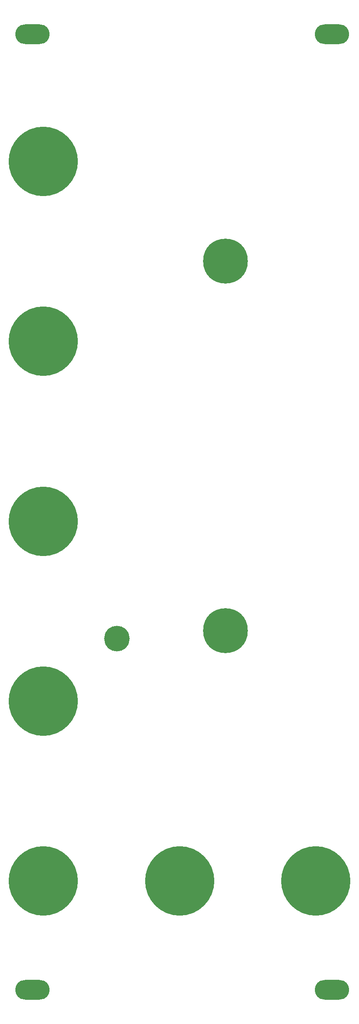
<source format=gbr>
%TF.GenerationSoftware,KiCad,Pcbnew,(5.1.6)-1*%
%TF.CreationDate,2020-06-22T20:05:39-05:00*%
%TF.ProjectId,NOISE_x_S_and_H,4e4f4953-455f-4785-9f53-5f616e645f48,rev?*%
%TF.SameCoordinates,Original*%
%TF.FileFunction,Soldermask,Bot*%
%TF.FilePolarity,Negative*%
%FSLAX46Y46*%
G04 Gerber Fmt 4.6, Leading zero omitted, Abs format (unit mm)*
G04 Created by KiCad (PCBNEW (5.1.6)-1) date 2020-06-22 20:05:39*
%MOMM*%
%LPD*%
G01*
G04 APERTURE LIST*
%ADD10O,7.000000X4.000000*%
%ADD11C,5.200000*%
%ADD12C,14.100000*%
%ADD13C,9.100000*%
G04 APERTURE END LIST*
D10*
%TO.C,REF\u002A\u002A*%
X-3950000Y-202000000D03*
%TD*%
D11*
%TO.C,REF\u002A\u002A*%
X13240000Y-130720000D03*
%TD*%
D12*
%TO.C,REF\u002A\u002A*%
X26028000Y-179890000D03*
%TD*%
%TO.C,REF\u002A\u002A*%
X53778000Y-179890000D03*
%TD*%
%TO.C,REF\u002A\u002A*%
X-1722000Y-143390000D03*
%TD*%
%TO.C,REF\u002A\u002A*%
X-1722000Y-179890000D03*
%TD*%
%TO.C,REF\u002A\u002A*%
X-1722000Y-70390000D03*
%TD*%
%TO.C,REF\u002A\u002A*%
X-1722000Y-106890000D03*
%TD*%
%TO.C,REF\u002A\u002A*%
X-1722000Y-33890000D03*
%TD*%
D10*
%TO.C,REF\u002A\u002A*%
X57050000Y-8000000D03*
%TD*%
%TO.C,REF\u002A\u002A*%
X-3950000Y-8000000D03*
%TD*%
D13*
%TO.C,REF\u002A\u002A*%
X35370946Y-54110000D03*
%TD*%
%TO.C,REF\u002A\u002A*%
X35370946Y-129110946D03*
%TD*%
D10*
%TO.C,REF\u002A\u002A*%
X57050000Y-202000000D03*
%TD*%
M02*

</source>
